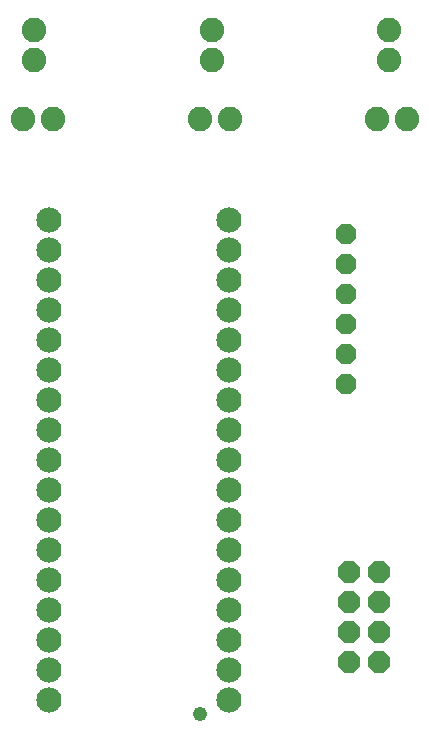
<source format=gts>
G75*
%MOIN*%
%OFA0B0*%
%FSLAX24Y24*%
%IPPOS*%
%LPD*%
%AMOC8*
5,1,8,0,0,1.08239X$1,22.5*
%
%ADD10C,0.0840*%
%ADD11OC8,0.0740*%
%ADD12OC8,0.0680*%
%ADD13C,0.0820*%
%ADD14C,0.0480*%
D10*
X002652Y003660D03*
X002652Y004660D03*
X002652Y005660D03*
X002652Y006660D03*
X002652Y007660D03*
X002652Y008660D03*
X002652Y009660D03*
X002652Y010660D03*
X002652Y011660D03*
X002652Y012660D03*
X002652Y013660D03*
X002652Y014660D03*
X002652Y015660D03*
X002652Y016660D03*
X002652Y017660D03*
X002652Y018660D03*
X002652Y019660D03*
X008652Y019660D03*
X008652Y018660D03*
X008652Y017660D03*
X008652Y016660D03*
X008652Y015660D03*
X008652Y014660D03*
X008652Y013660D03*
X008652Y012660D03*
X008652Y011660D03*
X008652Y010660D03*
X008652Y009660D03*
X008652Y008660D03*
X008652Y007660D03*
X008652Y006660D03*
X008652Y005660D03*
X008652Y004660D03*
X008652Y003660D03*
D11*
X012652Y004924D03*
X012652Y005924D03*
X012652Y006924D03*
X012652Y007924D03*
X013652Y007924D03*
X013652Y006924D03*
X013652Y005924D03*
X013652Y004924D03*
D12*
X012546Y014180D03*
X012546Y015180D03*
X012546Y016180D03*
X012546Y017180D03*
X012546Y018180D03*
X012546Y019180D03*
D13*
X013566Y023015D03*
X014566Y023015D03*
X013960Y024983D03*
X013960Y025983D03*
X008660Y023015D03*
X007660Y023015D03*
X008054Y024983D03*
X008054Y025983D03*
X002755Y023015D03*
X001755Y023015D03*
X002149Y024983D03*
X002149Y025983D03*
D14*
X007680Y003180D03*
M02*

</source>
